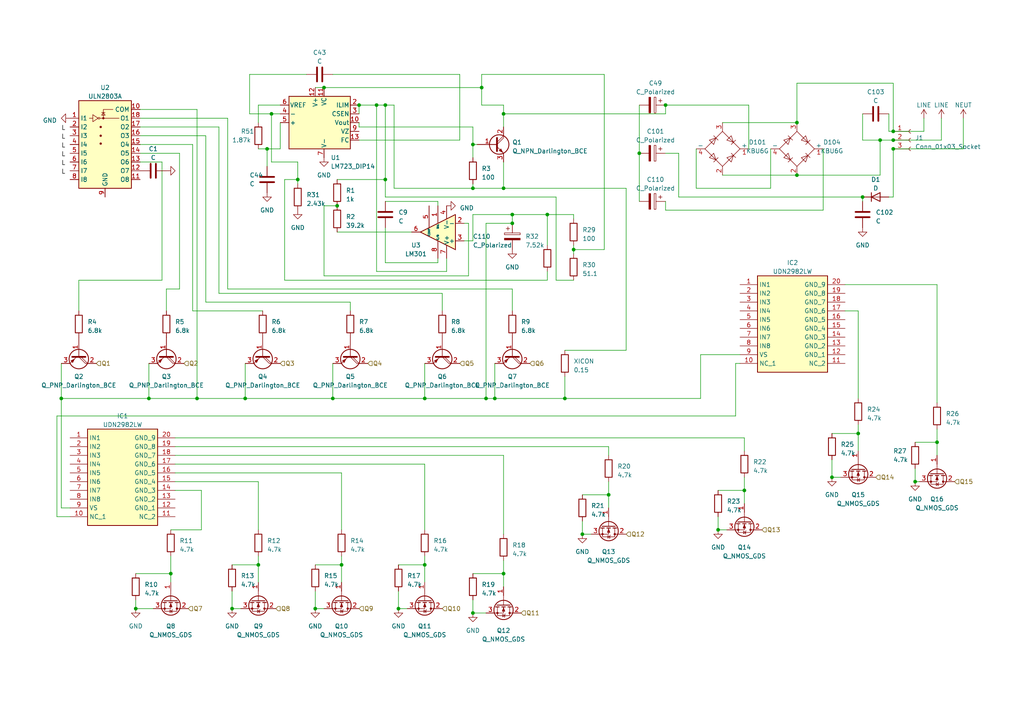
<source format=kicad_sch>
(kicad_sch (version 20230121) (generator eeschema)
  (paper "A4")
  (lib_symbols
    (symbol "Amplifier_Operational:LM301" (pin_names (offset 0.127))
      (property "Reference" "U" (at 1.27 6.35 0))
      (property "Value" "LM301" (at 1.27 3.81 0))
      (symbol "LM301_0_1"
        (polyline (pts (xy -5.08 5.08) (xy 5.08 0) (xy -5.08 -5.08) (xy -5.08 5.08)) (stroke (width 0.254)) (fill (type background)))
      )
      (symbol "LM301_1_1"
        (pin input line (at 0 -7.62 90) (length 5.08) (name "BAL") (number "1"))
        (pin input line (at -7.62 -2.54 0) (length 2.54) (name "-") (number "2"))
        (pin input line (at -7.62 2.54 0) (length 2.54) (name "+") (number "3"))
        (pin power_in line (at -2.54 -7.62 90) (length 3.81) (name "V-") (number "4"))
        (pin input line (at 2.54 -7.62 90) (length 6.35) (name "COMP") (number "5"))
        (pin output line (at 7.62 0 180) (length 2.54) (name "~") (number "6"))
        (pin power_in line (at -2.54 7.62 270) (length 3.81) (name "V+") (number "7"))
        (pin input line (at 0 7.62 270) (length 5.08) (name "C/B") (number "8"))
      )
    )
    (symbol "Connector:Conn_01x03_Socket" (pin_names (offset 1.016) hide)
      (property "Reference" "J" (at 0 5.08 0))
      (property "Value" "Conn_01x03_Socket" (at 0 -5.08 0))
      (symbol "Conn_01x03_Socket_1_1"
        (arc (start 0 -2.032) (mid -0.5058 -2.54) (end 0 -3.048) (stroke (width 0.1524)))
        (polyline (pts (xy -1.27 -2.54) (xy -0.508 -2.54)) (stroke (width 0.1524)))
        (polyline (pts (xy -1.27 0) (xy -0.508 0)) (stroke (width 0.1524)))
        (polyline (pts (xy -1.27 2.54) (xy -0.508 2.54)) (stroke (width 0.1524)))
        (arc (start 0 0.508) (mid -0.5058 0) (end 0 -0.508) (stroke (width 0.1524)))
        (arc (start 0 3.048) (mid -0.5058 2.54) (end 0 2.032) (stroke (width 0.1524)))
        (pin passive line (at -5.08 2.54 0) (length 3.81) (name "Pin_1") (number "1"))
        (pin passive line (at -5.08 0 0) (length 3.81) (name "Pin_2") (number "2"))
        (pin passive line (at -5.08 -2.54 0) (length 3.81) (name "Pin_3") (number "3"))
      )
    )
    (symbol "Device:C" (pin_numbers hide) (pin_names (offset 0.254))
      (property "Reference" "C" (at 0.635 2.54 0))
      (property "Value" "C" (at 0.635 -2.54 0))
      (symbol "C_0_1"
        (polyline (pts (xy -2.032 -0.762) (xy 2.032 -0.762)) (stroke (width 0.508)))
        (polyline (pts (xy -2.032 0.762) (xy 2.032 0.762)) (stroke (width 0.508)))
      )
      (symbol "C_1_1"
        (pin passive line (at 0 3.81 270) (length 2.794) (name "~") (number "1"))
        (pin passive line (at 0 -3.81 90) (length 2.794) (name "~") (number "2"))
      )
    )
    (symbol "Device:C_Polarized" (pin_numbers hide) (pin_names (offset 0.254))
      (property "Reference" "C" (at 0.635 2.54 0))
      (property "Value" "C_Polarized" (at 0.635 -2.54 0))
      (symbol "C_Polarized_0_1"
        (rectangle (start -2.286 0.508) (end 2.286 1.016))
        (polyline (pts (xy -1.778 2.286) (xy -0.762 2.286)))
        (polyline (pts (xy -1.27 2.794) (xy -1.27 1.778)))
        (rectangle (start 2.286 -0.508) (end -2.286 -1.016) (fill (type outline)))
      )
      (symbol "C_Polarized_1_1"
        (pin passive line (at 0 3.81 270) (length 2.794) (name "~") (number "1"))
        (pin passive line (at 0 -3.81 90) (length 2.794) (name "~") (number "2"))
      )
    )
    (symbol "Device:D" (pin_numbers hide) (pin_names (offset 1.016) hide)
      (property "Reference" "D" (at 0 2.54 0))
      (property "Value" "D" (at 0 -2.54 0))
      (symbol "D_0_1"
        (polyline (pts (xy -1.27 1.27) (xy -1.27 -1.27)) (stroke (width 0.254)))
        (polyline (pts (xy 1.27 0) (xy -1.27 0)))
        (polyline (pts (xy 1.27 1.27) (xy 1.27 -1.27) (xy -1.27 0) (xy 1.27 1.27)) (stroke (width 0.254)))
      )
      (symbol "D_1_1"
        (pin passive line (at -3.81 0 0) (length 2.54) (name "K") (number "1"))
        (pin passive line (at 3.81 0 180) (length 2.54) (name "A") (number "2"))
      )
    )
    (symbol "Device:Q_NMOS_GDS" (pin_names (offset 0) hide)
      (property "Reference" "Q" (at 5.08 1.27 0))
      (property "Value" "Q_NMOS_GDS" (at 5.08 -1.27 0))
      (symbol "Q_NMOS_GDS_0_1"
        (polyline (pts (xy 0.254 0) (xy -2.54 0)))
        (polyline (pts (xy 0.254 1.905) (xy 0.254 -1.905)) (stroke (width 0.254)))
        (polyline (pts (xy 0.762 -1.27) (xy 0.762 -2.286)) (stroke (width 0.254)))
        (polyline (pts (xy 0.762 0.508) (xy 0.762 -0.508)) (stroke (width 0.254)))
        (polyline (pts (xy 0.762 2.286) (xy 0.762 1.27)) (stroke (width 0.254)))
        (polyline (pts (xy 2.54 2.54) (xy 2.54 1.778)))
        (polyline (pts (xy 2.54 -2.54) (xy 2.54 0) (xy 0.762 0)))
        (polyline (pts (xy 0.762 -1.778) (xy 3.302 -1.778) (xy 3.302 1.778) (xy 0.762 1.778)))
        (polyline (pts (xy 1.016 0) (xy 2.032 0.381) (xy 2.032 -0.381) (xy 1.016 0)) (fill (type outline)))
        (polyline (pts (xy 2.794 0.508) (xy 2.921 0.381) (xy 3.683 0.381) (xy 3.81 0.254)))
        (polyline (pts (xy 3.302 0.381) (xy 2.921 -0.254) (xy 3.683 -0.254) (xy 3.302 0.381)))
        (circle (center 1.651 0) (radius 2.794) (stroke (width 0.254)))
        (circle (center 2.54 -1.778) (radius 0.254) (fill (type outline)))
        (circle (center 2.54 1.778) (radius 0.254) (fill (type outline)))
      )
      (symbol "Q_NMOS_GDS_1_1"
        (pin input line (at -5.08 0 0) (length 2.54) (name "G") (number "1"))
        (pin passive line (at 2.54 5.08 270) (length 2.54) (name "D") (number "2"))
        (pin passive line (at 2.54 -5.08 90) (length 2.54) (name "S") (number "3"))
      )
    )
    (symbol "Device:Q_NPN_Darlington_BCE" (pin_names (offset 0) hide)
      (property "Reference" "Q" (at 4.572 1.27 0))
      (property "Value" "Q_NPN_Darlington_BCE" (at 4.572 -1.27 0))
      (symbol "Q_NPN_Darlington_BCE_0_1"
        (polyline (pts (xy 0.635 0.635) (xy 2.54 2.54)))
        (polyline (pts (xy 0.635 -0.635) (xy 2.54 -2.54) (xy 2.54 -2.54)))
        (polyline (pts (xy 0.635 0) (xy 2.54 1.905) (xy 2.54 2.54)))
        (polyline (pts (xy 0.635 1.905) (xy 0.635 -1.905) (xy 0.635 -1.905)) (stroke (width 0.508)))
        (polyline (pts (xy 1.27 -1.778) (xy 1.778 -1.27) (xy 2.286 -2.286) (xy 1.27 -1.778) (xy 1.27 -1.778)) (fill (type outline)))
        (circle (center 1.27 0) (radius 2.8194) (stroke (width 0.254)))
      )
      (symbol "Q_NPN_Darlington_BCE_1_1"
        (pin input line (at -5.08 0 0) (length 5.715) (name "B") (number "1"))
        (pin passive line (at 2.54 5.08 270) (length 2.54) (name "C") (number "2"))
        (pin passive line (at 2.54 -5.08 90) (length 2.54) (name "E") (number "3"))
      )
    )
    (symbol "Device:Q_PNP_Darlington_BCE" (pin_names (offset 0) hide)
      (property "Reference" "Q" (at 4.572 1.27 0))
      (property "Value" "Q_PNP_Darlington_BCE" (at 4.572 -1.27 0))
      (symbol "Q_PNP_Darlington_BCE_0_1"
        (polyline (pts (xy 0.635 0.635) (xy 2.54 2.54)))
        (polyline (pts (xy 0.635 -0.635) (xy 2.54 -2.54) (xy 2.54 -2.54)))
        (polyline (pts (xy 0.635 0) (xy 2.54 1.905) (xy 2.54 2.54)))
        (polyline (pts (xy 0.635 1.905) (xy 0.635 -1.905) (xy 0.635 -1.905)) (stroke (width 0.508)))
        (polyline (pts (xy 2.286 -1.778) (xy 1.778 -2.286) (xy 1.27 -1.27) (xy 2.286 -1.778) (xy 2.286 -1.778)) (fill (type outline)))
        (circle (center 1.27 0) (radius 2.8194) (stroke (width 0.254)))
      )
      (symbol "Q_PNP_Darlington_BCE_1_1"
        (pin input line (at -5.08 0 0) (length 5.715) (name "B") (number "1"))
        (pin passive line (at 2.54 5.08 270) (length 2.54) (name "C") (number "2"))
        (pin passive line (at 2.54 -5.08 90) (length 2.54) (name "E") (number "3"))
      )
    )
    (symbol "Device:R" (pin_numbers hide) (pin_names (offset 0))
      (property "Reference" "R" (at 2.032 0 90))
      (property "Value" "R" (at 0 0 90))
      (symbol "R_0_1"
        (rectangle (start -1.016 -2.54) (end 1.016 2.54) (stroke (width 0.254)))
      )
      (symbol "R_1_1"
        (pin passive line (at 0 3.81 270) (length 1.27) (name "~") (number "1"))
        (pin passive line (at 0 -3.81 90) (length 1.27) (name "~") (number "2"))
      )
    )
    (symbol "Diode_Bridge:KBU6G" (pin_names (offset 0))
      (property "Reference" "D" (at 2.54 6.985 0))
      (property "Value" "KBU6G" (at 2.54 5.08 0))
      (symbol "KBU6G_0_1"
        (polyline (pts (xy -2.54 3.81) (xy -1.27 2.54)))
        (polyline (pts (xy -1.27 -2.54) (xy -2.54 -3.81)))
        (polyline (pts (xy 2.54 -1.27) (xy 3.81 -2.54)))
        (polyline (pts (xy 2.54 1.27) (xy 3.81 2.54)))
        (polyline (pts (xy -3.81 2.54) (xy -2.54 1.27) (xy -1.905 3.175) (xy -3.81 2.54)))
        (polyline (pts (xy -2.54 -1.27) (xy -3.81 -2.54) (xy -1.905 -3.175) (xy -2.54 -1.27)))
        (polyline (pts (xy 1.27 2.54) (xy 2.54 3.81) (xy 3.175 1.905) (xy 1.27 2.54)))
        (polyline (pts (xy 3.175 -1.905) (xy 1.27 -2.54) (xy 2.54 -3.81) (xy 3.175 -1.905)))
        (polyline (pts (xy -5.08 0) (xy 0 -5.08) (xy 5.08 0) (xy 0 5.08) (xy -5.08 0)))
      )
      (symbol "KBU6G_1_1"
        (pin passive line (at 7.62 0 180) (length 2.54) (name "+") (number "1"))
        (pin passive line (at 0 -7.62 90) (length 2.54) (name "~") (number "2"))
        (pin passive line (at 0 7.62 270) (length 2.54) (name "~") (number "3"))
        (pin passive line (at -7.62 0 0) (length 2.54) (name "-") (number "4"))
      )
    )
    (symbol "IntelliMate_Symbols:UDN2982LW"
      (property "Reference" "IC" (at 26.67 7.62 0))
      (property "Value" "UDN2982LW" (at 26.67 5.08 0))
      (symbol "UDN2982LW_1_1"
        (rectangle (start 5.08 2.54) (end 25.4 -25.4) (stroke (width 0.254)) (fill (type background)))
        (pin input line (at 0 0 0) (length 5.08) (name "IN1") (number "1"))
        (pin passive line (at 0 -22.86 0) (length 5.08) (name "NC_1") (number "10"))
        (pin passive line (at 30.48 -22.86 180) (length 5.08) (name "NC_2") (number "11"))
        (pin power_in line (at 30.48 -20.32 180) (length 5.08) (name "GND_1") (number "12"))
        (pin power_in line (at 30.48 -17.78 180) (length 5.08) (name "GND_2") (number "13"))
        (pin power_in line (at 30.48 -15.24 180) (length 5.08) (name "GND_3") (number "14"))
        (pin power_in line (at 30.48 -12.7 180) (length 5.08) (name "GND_4") (number "15"))
        (pin power_in line (at 30.48 -10.16 180) (length 5.08) (name "GND_5") (number "16"))
        (pin power_in line (at 30.48 -7.62 180) (length 5.08) (name "GND_6") (number "17"))
        (pin power_in line (at 30.48 -5.08 180) (length 5.08) (name "GND_7") (number "18"))
        (pin power_in line (at 30.48 -2.54 180) (length 5.08) (name "GND_8") (number "19"))
        (pin input line (at 0 -2.54 0) (length 5.08) (name "IN2") (number "2"))
        (pin power_in line (at 30.48 0 180) (length 5.08) (name "GND_9") (number "20"))
        (pin input line (at 0 -5.08 0) (length 5.08) (name "IN3") (number "3"))
        (pin input line (at 0 -7.62 0) (length 5.08) (name "IN4") (number "4"))
        (pin input line (at 0 -10.16 0) (length 5.08) (name "IN5") (number "5"))
        (pin input line (at 0 -12.7 0) (length 5.08) (name "IN6") (number "6"))
        (pin input line (at 0 -15.24 0) (length 5.08) (name "IN7") (number "7"))
        (pin input line (at 0 -17.78 0) (length 5.08) (name "IN8") (number "8"))
        (pin power_in line (at 0 -20.32 0) (length 5.08) (name "VS") (number "9"))
      )
    )
    (symbol "Regulator_Linear:LM723_DIP14" (pin_names (offset 0.254))
      (property "Reference" "U" (at 0.635 10.795 0))
      (property "Value" "LM723_DIP14" (at 0.635 8.89 0))
      (symbol "LM723_DIP14_0_1"
        (rectangle (start -10.16 -7.62) (end 7.62 7.62) (stroke (width 0.254)) (fill (type background)))
      )
      (symbol "LM723_DIP14_1_1"
        (pin no_connect line (at -10.16 -5.08 0) (length 2.54) hide (name "NC") (number "1"))
        (pin power_out line (at 10.16 0 180) (length 2.54) (name "Vout") (number "10"))
        (pin power_in line (at 0 10.16 270) (length 2.54) (name "VC") (number "11"))
        (pin power_in line (at -2.54 10.16 270) (length 2.54) (name "V+") (number "12"))
        (pin input line (at 10.16 -5.08 180) (length 2.54) (name "FC") (number "13"))
        (pin no_connect line (at -2.54 -7.62 90) (length 2.54) hide (name "NC") (number "14"))
        (pin input line (at 10.16 5.08 180) (length 2.54) (name "ILIM") (number "2"))
        (pin input line (at 10.16 2.54 180) (length 2.54) (name "CSEN") (number "3"))
        (pin input line (at -12.7 2.54 0) (length 2.54) (name "-") (number "4"))
        (pin input line (at -12.7 0 0) (length 2.54) (name "+") (number "5"))
        (pin power_out line (at -12.7 5.08 0) (length 2.54) (name "VREF") (number "6"))
        (pin power_in line (at 0 -10.16 90) (length 2.54) (name "V-") (number "7"))
        (pin no_connect line (at -10.16 -2.54 0) (length 2.54) hide (name "NC") (number "8"))
        (pin input line (at 10.16 -2.54 180) (length 2.54) (name "VZ") (number "9"))
      )
    )
    (symbol "Transistor_Array:ULN2803A"
      (property "Reference" "U" (at 0 13.335 0))
      (property "Value" "ULN2803A" (at 0 11.43 0))
      (symbol "ULN2803A_0_1"
        (rectangle (start -7.62 -15.24) (end 7.62 10.16) (stroke (width 0.254)) (fill (type background)))
        (circle (center -1.778 5.08) (radius 0.254))
        (circle (center -1.27 -2.286) (radius 0.254) (fill (type outline)))
        (circle (center -1.27 0) (radius 0.254) (fill (type outline)))
        (circle (center -1.27 2.54) (radius 0.254) (fill (type outline)))
        (circle (center -0.508 5.08) (radius 0.254) (fill (type outline)))
        (polyline (pts (xy -4.572 5.08) (xy -3.556 5.08)))
        (polyline (pts (xy -1.524 5.08) (xy 4.064 5.08)))
        (polyline (pts (xy 0 6.731) (xy -1.016 6.731)))
        (polyline (pts (xy -0.508 5.08) (xy -0.508 7.62) (xy 2.286 7.62)))
        (polyline (pts (xy -3.556 6.096) (xy -3.556 4.064) (xy -2.032 5.08) (xy -3.556 6.096)))
        (polyline (pts (xy 0 5.969) (xy -1.016 5.969) (xy -0.508 6.731) (xy 0 5.969)))
      )
      (symbol "ULN2803A_1_1"
        (pin input line (at -10.16 5.08 0) (length 2.54) (name "I1") (number "1"))
        (pin passive line (at 10.16 7.62 180) (length 2.54) (name "COM") (number "10"))
        (pin open_collector line (at 10.16 -12.7 180) (length 2.54) (name "O8") (number "11"))
        (pin open_collector line (at 10.16 -10.16 180) (length 2.54) (name "O7") (number "12"))
        (pin open_collector line (at 10.16 -7.62 180) (length 2.54) (name "O6") (number "13"))
        (pin open_collector line (at 10.16 -5.08 180) (length 2.54) (name "O5") (number "14"))
        (pin open_collector line (at 10.16 -2.54 180) (length 2.54) (name "O4") (number "15"))
        (pin open_collector line (at 10.16 0 180) (length 2.54) (name "O3") (number "16"))
        (pin open_collector line (at 10.16 2.54 180) (length 2.54) (name "O2") (number "17"))
        (pin open_collector line (at 10.16 5.08 180) (length 2.54) (name "O1") (number "18"))
        (pin input line (at -10.16 2.54 0) (length 2.54) (name "I2") (number "2"))
        (pin input line (at -10.16 0 0) (length 2.54) (name "I3") (number "3"))
        (pin input line (at -10.16 -2.54 0) (length 2.54) (name "I4") (number "4"))
        (pin input line (at -10.16 -5.08 0) (length 2.54) (name "I5") (number "5"))
        (pin input line (at -10.16 -7.62 0) (length 2.54) (name "I6") (number "6"))
        (pin input line (at -10.16 -10.16 0) (length 2.54) (name "I7") (number "7"))
        (pin input line (at -10.16 -12.7 0) (length 2.54) (name "I8") (number "8"))
        (pin power_in line (at 0 -17.78 90) (length 2.54) (name "GND") (number "9"))
      )
    )
    (symbol "power:GND" (power) (pin_names (offset 0))
      (property "Value" "GND" (at 0 -3.81 0))
      (symbol "GND_0_1"
        (polyline (pts (xy 0 0) (xy 0 -1.27) (xy 1.27 -1.27) (xy 0 -2.54) (xy -1.27 -1.27) (xy 0 -1.27)))
      )
      (symbol "GND_1_1"
        (pin power_in line (at 0 0 270) (length 0) hide (name "GND") (number "1"))
      )
    )
    (symbol "power:LINE" (power) (pin_names (offset 0))
      (property "Value" "LINE" (at 0 3.81 0))
      (symbol "LINE_0_1"
        (polyline (pts (xy -0.762 1.27) (xy 0 2.54)))
        (polyline (pts (xy 0 0) (xy 0 2.54)))
        (polyline (pts (xy 0 2.54) (xy 0.762 1.27)))
      )
      (symbol "LINE_1_1"
        (pin power_in line (at 0 0 90) (length 0) hide (name "LINE") (number "1"))
      )
    )
    (symbol "power:NEUT" (power) (pin_names (offset 0))
      (property "Value" "NEUT" (at 0 3.81 0))
      (symbol "NEUT_0_1"
        (polyline (pts (xy -0.762 1.27) (xy 0 2.54)))
        (polyline (pts (xy 0 0) (xy 0 2.54)))
        (polyline (pts (xy 0 2.54) (xy 0.762 1.27)))
      )
      (symbol "NEUT_1_1"
        (pin power_in line (at 0 0 90) (length 0) hide (name "NEUT") (number "1"))
      )
    )
  )
  (junction (at 259.08 38.1))
  (junction (at 137.16 177.8))
  (junction (at 158.75 62.23))
  (junction (at 259.08 43.18))
  (junction (at 148.59 64.77))
  (junction (at 99.06 163.83))
  (junction (at 146.05 33.02))
  (junction (at 166.37 72.39))
  (junction (at 163.83 115.57))
  (junction (at 49.53 166.37))
  (junction (at 146.05 54.61))
  (junction (at 74.93 163.83))
  (junction (at 140.97 115.57))
  (junction (at 231.14 35.56))
  (junction (at 231.14 50.8))
  (junction (at 71.12 115.57))
  (junction (at 97.79 59.69))
  (junction (at 137.16 54.61))
  (junction (at 109.22 30.48))
  (junction (at 43.18 115.57))
  (junction (at 123.19 163.83))
  (junction (at 137.16 41.91))
  (junction (at 265.43 139.7))
  (junction (at 146.05 166.37))
  (junction (at 57.15 115.57))
  (junction (at 139.7 25.4))
  (junction (at 93.98 25.4))
  (junction (at 259.08 40.64))
  (junction (at 248.92 125.73))
  (junction (at 111.76 52.07))
  (junction (at 250.19 57.15))
  (junction (at 91.44 176.53))
  (junction (at 104.14 30.48))
  (junction (at 176.53 143.51))
  (junction (at 17.78 115.57))
  (junction (at 185.42 44.45))
  (junction (at 193.04 30.48))
  (junction (at 208.28 153.67))
  (junction (at 241.3 138.43))
  (junction (at 148.59 62.23))
  (junction (at 67.31 176.53))
  (junction (at 115.57 176.53))
  (junction (at 96.52 115.57))
  (junction (at 39.37 176.53))
  (junction (at 77.47 43.18))
  (junction (at 111.76 30.48))
  (junction (at 255.27 40.64))
  (junction (at 86.36 52.07))
  (junction (at 78.74 33.02))
  (junction (at 143.51 115.57))
  (junction (at 123.19 115.57))
  (junction (at 168.91 154.94))
  (junction (at 271.78 128.27))
  (junction (at 215.9 142.24))
  (wire (pts (xy 55.88 41.91) (xy 55.88 90.17)))
  (wire (pts (xy 166.37 62.23) (xy 166.37 63.5)))
  (wire (pts (xy 161.29 81.28) (xy 161.29 57.15)))
  (wire (pts (xy 267.97 38.1) (xy 259.08 38.1)))
  (wire (pts (xy 158.75 62.23) (xy 166.37 62.23)))
  (wire (pts (xy 168.91 143.51) (xy 176.53 143.51)))
  (wire (pts (xy 82.55 52.07) (xy 82.55 81.28)))
  (wire (pts (xy 238.76 43.18) (xy 238.76 60.96)))
  (wire (pts (xy 175.26 72.39) (xy 166.37 72.39)))
  (wire (pts (xy 245.11 82.55) (xy 271.78 82.55)))
  (wire (pts (xy 215.9 142.24) (xy 215.9 146.05)))
  (wire (pts (xy 215.9 138.43) (xy 215.9 142.24)))
  (wire (pts (xy 193.04 30.48) (xy 193.04 33.02)))
  (wire (pts (xy 231.14 50.8) (xy 255.27 50.8)))
  (wire (pts (xy 265.43 139.7) (xy 266.7 139.7)))
  (wire (pts (xy 148.59 64.77) (xy 140.97 64.77)))
  (wire (pts (xy 99.06 163.83) (xy 99.06 168.91)))
  (wire (pts (xy 16.51 149.86) (xy 20.32 149.86)))
  (wire (pts (xy 137.16 41.91) (xy 137.16 45.72)))
  (wire (pts (xy 91.44 171.45) (xy 91.44 176.53)))
  (wire (pts (xy 39.37 176.53) (xy 39.37 173.99)))
  (wire (pts (xy 16.51 120.65) (xy 16.51 149.86)))
  (wire (pts (xy 66.04 34.29) (xy 66.04 83.82)))
  (wire (pts (xy 86.36 46.99) (xy 86.36 52.07)))
  (wire (pts (xy 57.15 115.57) (xy 43.18 115.57)))
  (wire (pts (xy 40.64 31.75) (xy 57.15 31.75)))
  (wire (pts (xy 146.05 30.48) (xy 146.05 33.02)))
  (wire (pts (xy 59.69 87.63) (xy 101.6 87.63)))
  (wire (pts (xy 111.76 58.42) (xy 127 58.42)))
  (wire (pts (xy 279.4 34.29) (xy 279.4 43.18)))
  (wire (pts (xy 203.2 115.57) (xy 163.83 115.57)))
  (wire (pts (xy 129.54 74.93) (xy 129.54 78.74)))
  (wire (pts (xy 71.12 105.41) (xy 71.12 115.57)))
  (wire (pts (xy 97.79 52.07) (xy 111.76 52.07)))
  (wire (pts (xy 20.32 147.32) (xy 17.78 147.32)))
  (wire (pts (xy 175.26 21.59) (xy 175.26 72.39)))
  (wire (pts (xy 96.52 115.57) (xy 123.19 115.57)))
  (wire (pts (xy 109.22 78.74) (xy 129.54 78.74)))
  (wire (pts (xy 168.91 151.13) (xy 168.91 154.94)))
  (wire (pts (xy 213.36 105.41) (xy 213.36 120.65)))
  (wire (pts (xy 158.75 62.23) (xy 158.75 71.12)))
  (wire (pts (xy 81.28 30.48) (xy 74.93 30.48)))
  (wire (pts (xy 50.8 134.62) (xy 123.19 134.62)))
  (wire (pts (xy 17.78 115.57) (xy 43.18 115.57)))
  (wire (pts (xy 213.36 105.41) (xy 214.63 105.41)))
  (wire (pts (xy 104.14 36.83) (xy 104.14 35.56)))
  (wire (pts (xy 50.8 129.54) (xy 176.53 129.54)))
  (wire (pts (xy 111.76 30.48) (xy 114.3 30.48)))
  (wire (pts (xy 201.93 43.18) (xy 201.93 54.61)))
  (wire (pts (xy 148.59 62.23) (xy 148.59 64.77)))
  (wire (pts (xy 59.69 39.37) (xy 59.69 87.63)))
  (wire (pts (xy 137.16 69.85) (xy 134.62 69.85)))
  (wire (pts (xy 166.37 71.12) (xy 166.37 72.39)))
  (wire (pts (xy 208.28 149.86) (xy 208.28 153.67)))
  (wire (pts (xy 40.64 44.45) (xy 52.07 44.45)))
  (wire (pts (xy 123.19 134.62) (xy 123.19 153.67)))
  (wire (pts (xy 114.3 30.48) (xy 114.3 54.61)))
  (wire (pts (xy 176.53 139.7) (xy 176.53 143.51)))
  (wire (pts (xy 40.64 41.91) (xy 55.88 41.91)))
  (wire (pts (xy 231.14 24.13) (xy 231.14 35.56)))
  (wire (pts (xy 46.99 46.99) (xy 46.99 81.28)))
  (wire (pts (xy 55.88 90.17) (xy 76.2 90.17)))
  (wire (pts (xy 139.7 25.4) (xy 139.7 30.48)))
  (wire (pts (xy 271.78 82.55) (xy 271.78 116.84)))
  (wire (pts (xy 245.11 90.17) (xy 248.92 90.17)))
  (wire (pts (xy 96.52 115.57) (xy 71.12 115.57)))
  (wire (pts (xy 86.36 52.07) (xy 86.36 53.34)))
  (wire (pts (xy 181.61 54.61) (xy 146.05 54.61)))
  (wire (pts (xy 248.92 125.73) (xy 248.92 130.81)))
  (wire (pts (xy 139.7 30.48) (xy 146.05 30.48)))
  (wire (pts (xy 127 76.2) (xy 127 74.93)))
  (wire (pts (xy 217.17 43.18) (xy 217.17 30.48)))
  (wire (pts (xy 176.53 143.51) (xy 176.53 147.32)))
  (wire (pts (xy 209.55 50.8) (xy 231.14 50.8)))
  (wire (pts (xy 140.97 177.8) (xy 137.16 177.8)))
  (wire (pts (xy 271.78 124.46) (xy 271.78 128.27)))
  (wire (pts (xy 114.3 54.61) (xy 137.16 54.61)))
  (wire (pts (xy 138.43 41.91) (xy 137.16 41.91)))
  (wire (pts (xy 78.74 46.99) (xy 86.36 46.99)))
  (wire (pts (xy 96.52 21.59) (xy 133.35 21.59)))
  (wire (pts (xy 78.74 33.02) (xy 78.74 46.99)))
  (wire (pts (xy 123.19 105.41) (xy 123.19 115.57)))
  (wire (pts (xy 161.29 81.28) (xy 166.37 81.28)))
  (wire (pts (xy 63.5 36.83) (xy 40.64 36.83)))
  (wire (pts (xy 241.3 125.73) (xy 248.92 125.73)))
  (wire (pts (xy 146.05 166.37) (xy 146.05 170.18)))
  (wire (pts (xy 135.89 64.77) (xy 135.89 80.01)))
  (wire (pts (xy 82.55 52.07) (xy 86.36 52.07)))
  (wire (pts (xy 50.8 127) (xy 215.9 127)))
  (wire (pts (xy 111.76 76.2) (xy 127 76.2)))
  (wire (pts (xy 146.05 132.08) (xy 146.05 154.94)))
  (wire (pts (xy 101.6 87.63) (xy 101.6 90.17)))
  (wire (pts (xy 99.06 137.16) (xy 99.06 153.67)))
  (wire (pts (xy 255.27 50.8) (xy 255.27 40.64)))
  (wire (pts (xy 109.22 30.48) (xy 111.76 30.48)))
  (wire (pts (xy 111.76 30.48) (xy 111.76 52.07)))
  (wire (pts (xy 39.37 166.37) (xy 49.53 166.37)))
  (wire (pts (xy 66.04 83.82) (xy 148.59 83.82)))
  (wire (pts (xy 140.97 64.77) (xy 140.97 115.57)))
  (wire (pts (xy 52.07 44.45) (xy 52.07 83.82)))
  (wire (pts (xy 81.28 43.18) (xy 77.47 43.18)))
  (wire (pts (xy 250.19 57.15) (xy 250.19 58.42)))
  (wire (pts (xy 148.59 83.82) (xy 148.59 90.17)))
  (wire (pts (xy 67.31 176.53) (xy 69.85 176.53)))
  (wire (pts (xy 181.61 54.61) (xy 181.61 101.6)))
  (wire (pts (xy 91.44 176.53) (xy 93.98 176.53)))
  (wire (pts (xy 137.16 177.8) (xy 137.16 173.99)))
  (wire (pts (xy 58.42 153.67) (xy 49.53 153.67)))
  (wire (pts (xy 67.31 171.45) (xy 67.31 176.53)))
  (wire (pts (xy 71.12 115.57) (xy 57.15 115.57)))
  (wire (pts (xy 111.76 57.15) (xy 111.76 52.07)))
  (wire (pts (xy 17.78 105.41) (xy 17.78 115.57)))
  (wire (pts (xy 193.04 30.48) (xy 217.17 30.48)))
  (wire (pts (xy 208.28 153.67) (xy 210.82 153.67)))
  (wire (pts (xy 259.08 57.15) (xy 257.81 57.15)))
  (wire (pts (xy 57.15 31.75) (xy 57.15 115.57)))
  (wire (pts (xy 146.05 46.99) (xy 146.05 54.61)))
  (wire (pts (xy 123.19 115.57) (xy 140.97 115.57)))
  (wire (pts (xy 77.47 43.18) (xy 77.47 48.26)))
  (wire (pts (xy 72.39 21.59) (xy 88.9 21.59)))
  (wire (pts (xy 50.8 142.24) (xy 58.42 142.24)))
  (wire (pts (xy 93.98 25.4) (xy 139.7 25.4)))
  (wire (pts (xy 81.28 35.56) (xy 81.28 43.18)))
  (wire (pts (xy 67.31 163.83) (xy 74.93 163.83)))
  (wire (pts (xy 91.44 25.4) (xy 93.98 25.4)))
  (wire (pts (xy 168.91 154.94) (xy 171.45 154.94)))
  (wire (pts (xy 196.85 57.15) (xy 196.85 44.45)))
  (wire (pts (xy 185.42 30.48) (xy 185.42 44.45)))
  (wire (pts (xy 279.4 43.18) (xy 259.08 43.18)))
  (wire (pts (xy 104.14 30.48) (xy 109.22 30.48)))
  (wire (pts (xy 146.05 162.56) (xy 146.05 166.37)))
  (wire (pts (xy 104.14 30.48) (xy 104.14 33.02)))
  (wire (pts (xy 137.16 36.83) (xy 104.14 36.83)))
  (wire (pts (xy 193.04 60.96) (xy 238.76 60.96)))
  (wire (pts (xy 255.27 40.64) (xy 250.19 40.64)))
  (wire (pts (xy 111.76 66.04) (xy 111.76 76.2)))
  (wire (pts (xy 208.28 142.24) (xy 215.9 142.24)))
  (wire (pts (xy 111.76 57.15) (xy 161.29 57.15)))
  (wire (pts (xy 148.59 62.23) (xy 158.75 62.23)))
  (wire (pts (xy 176.53 129.54) (xy 176.53 132.08)))
  (wire (pts (xy 193.04 44.45) (xy 196.85 44.45)))
  (wire (pts (xy 43.18 115.57) (xy 43.18 105.41)))
  (wire (pts (xy 250.19 40.64) (xy 250.19 33.02)))
  (wire (pts (xy 109.22 30.48) (xy 109.22 78.74)))
  (wire (pts (xy 185.42 44.45) (xy 185.42 58.42)))
  (wire (pts (xy 166.37 72.39) (xy 166.37 73.66)))
  (wire (pts (xy 127 58.42) (xy 127 59.69)))
  (wire (pts (xy 50.8 139.7) (xy 74.93 139.7)))
  (wire (pts (xy 49.53 166.37) (xy 49.53 168.91)))
  (wire (pts (xy 223.52 43.18) (xy 223.52 54.61)))
  (wire (pts (xy 257.81 38.1) (xy 259.08 38.1)))
  (wire (pts (xy 163.83 115.57) (xy 143.51 115.57)))
  (wire (pts (xy 273.05 34.29) (xy 273.05 40.64)))
  (wire (pts (xy 96.52 105.41) (xy 96.52 115.57)))
  (wire (pts (xy 241.3 138.43) (xy 243.84 138.43)))
  (wire (pts (xy 133.35 21.59) (xy 133.35 40.64)))
  (wire (pts (xy 91.44 163.83) (xy 99.06 163.83)))
  (wire (pts (xy 50.8 132.08) (xy 146.05 132.08)))
  (wire (pts (xy 74.93 161.29) (xy 74.93 163.83)))
  (wire (pts (xy 259.08 24.13) (xy 231.14 24.13)))
  (wire (pts (xy 250.19 57.15) (xy 196.85 57.15)))
  (wire (pts (xy 259.08 38.1) (xy 259.08 24.13)))
  (wire (pts (xy 193.04 60.96) (xy 193.04 58.42)))
  (wire (pts (xy 40.64 34.29) (xy 66.04 34.29)))
  (wire (pts (xy 40.64 46.99) (xy 46.99 46.99)))
  (wire (pts (xy 44.45 176.53) (xy 39.37 176.53)))
  (wire (pts (xy 63.5 85.09) (xy 128.27 85.09)))
  (wire (pts (xy 52.07 83.82) (xy 48.26 83.82)))
  (wire (pts (xy 133.35 40.64) (xy 104.14 40.64)))
  (wire (pts (xy 271.78 128.27) (xy 271.78 132.08)))
  (wire (pts (xy 123.19 161.29) (xy 123.19 163.83)))
  (wire (pts (xy 223.52 54.61) (xy 201.93 54.61)))
  (wire (pts (xy 16.51 120.65) (xy 213.36 120.65)))
  (wire (pts (xy 214.63 102.87) (xy 203.2 102.87)))
  (wire (pts (xy 137.16 54.61) (xy 146.05 54.61)))
  (wire (pts (xy 77.47 43.18) (xy 74.93 43.18)))
  (wire (pts (xy 17.78 115.57) (xy 17.78 147.32)))
  (wire (pts (xy 135.89 80.01) (xy 93.98 80.01)))
  (wire (pts (xy 123.19 163.83) (xy 123.19 168.91)))
  (wire (pts (xy 259.08 43.18) (xy 259.08 57.15)))
  (wire (pts (xy 50.8 137.16) (xy 99.06 137.16)))
  (wire (pts (xy 265.43 135.89) (xy 265.43 139.7)))
  (wire (pts (xy 137.16 62.23) (xy 137.16 69.85)))
  (wire (pts (xy 140.97 115.57) (xy 143.51 115.57)))
  (wire (pts (xy 40.64 39.37) (xy 59.69 39.37)))
  (wire (pts (xy 22.86 81.28) (xy 22.86 90.17)))
  (wire (pts (xy 241.3 133.35) (xy 241.3 138.43)))
  (wire (pts (xy 273.05 40.64) (xy 259.08 40.64)))
  (wire (pts (xy 146.05 33.02) (xy 146.05 36.83)))
  (wire (pts (xy 265.43 128.27) (xy 271.78 128.27)))
  (wire (pts (xy 63.5 36.83) (xy 63.5 85.09)))
  (wire (pts (xy 49.53 161.29) (xy 49.53 166.37)))
  (wire (pts (xy 203.2 102.87) (xy 203.2 115.57)))
  (wire (pts (xy 97.79 67.31) (xy 119.38 67.31)))
  (wire (pts (xy 209.55 35.56) (xy 231.14 35.56)))
  (wire (pts (xy 115.57 176.53) (xy 118.11 176.53)))
  (wire (pts (xy 115.57 163.83) (xy 123.19 163.83)))
  (wire (pts (xy 93.98 80.01) (xy 93.98 59.69)))
  (wire (pts (xy 139.7 21.59) (xy 175.26 21.59)))
  (wire (pts (xy 143.51 105.41) (xy 143.51 115.57)))
  (wire (pts (xy 137.16 62.23) (xy 148.59 62.23)))
  (wire (pts (xy 74.93 163.83) (xy 74.93 168.91)))
  (wire (pts (xy 128.27 85.09) (xy 128.27 90.17)))
  (wire (pts (xy 248.92 90.17) (xy 248.92 115.57)))
  (wire (pts (xy 267.97 34.29) (xy 267.97 38.1)))
  (wire (pts (xy 74.93 30.48) (xy 74.93 35.56)))
  (wire (pts (xy 48.26 83.82) (xy 48.26 90.17)))
  (wire (pts (xy 74.93 139.7) (xy 74.93 153.67)))
  (wire (pts (xy 137.16 54.61) (xy 137.16 53.34)))
  (wire (pts (xy 78.74 33.02) (xy 72.39 33.02)))
  (wire (pts (xy 257.81 38.1) (xy 257.81 33.02)))
  (wire (pts (xy 255.27 40.64) (xy 259.08 40.64)))
  (wire (pts (xy 81.28 33.02) (xy 78.74 33.02)))
  (wire (pts (xy 58.42 142.24) (xy 58.42 153.67)))
  (wire (pts (xy 99.06 161.29) (xy 99.06 163.83)))
  (wire (pts (xy 163.83 101.6) (xy 181.61 101.6)))
  (wire (pts (xy 215.9 127) (xy 215.9 130.81)))
  (wire (pts (xy 72.39 33.02) (xy 72.39 21.59)))
  (wire (pts (xy 158.75 81.28) (xy 158.75 78.74)))
  (wire (pts (xy 163.83 109.22) (xy 163.83 115.57)))
  (wire (pts (xy 137.16 36.83) (xy 137.16 41.91)))
  (wire (pts (xy 115.57 171.45) (xy 115.57 176.53)))
  (wire (pts (xy 139.7 25.4) (xy 139.7 21.59)))
  (wire (pts (xy 137.16 166.37) (xy 146.05 166.37)))
  (wire (pts (xy 82.55 81.28) (xy 158.75 81.28)))
  (wire (pts (xy 93.98 59.69) (xy 97.79 59.69)))
  (wire (pts (xy 193.04 33.02) (xy 146.05 33.02)))
  (wire (pts (xy 134.62 64.77) (xy 135.89 64.77)))
  (wire (pts (xy 248.92 123.19) (xy 248.92 125.73)))
  (wire (pts (xy 46.99 81.28) (xy 22.86 81.28)))
  (label "L" (at 17.78 40.64 0))
  (label "L" (at 17.78 48.26 0))
  (label "L" (at 17.78 50.8 0))
  (label "L" (at 17.78 38.1 0))
  (label "L" (at 17.78 45.72 0))
  (label "L" (at 17.78 43.18 0))
  (hierarchical_label "Q13" (shape input) (at 220.98 153.67 0))
  (hierarchical_label "Q1" (shape input) (at 27.94 105.41 0))
  (hierarchical_label "Q10" (shape input) (at 128.27 176.53 0))
  (hierarchical_label "Q2" (shape input) (at 53.34 105.41 0))
  (hierarchical_label "Q4" (shape input) (at 106.68 105.41 0))
  (hierarchical_label "Q11" (shape input) (at 151.13 177.8 0))
  (hierarchical_label "Q12" (shape input) (at 181.61 154.94 0))
  (hierarchical_label "Q8" (shape input) (at 80.01 176.53 0))
  (hierarchical_label "Q15" (shape input) (at 276.86 139.7 0))
  (hierarchical_label "Q14" (shape input) (at 254 138.43 0))
  (hierarchical_label "Q9" (shape input) (at 104.14 176.53 0))
  (hierarchical_label "Q7" (shape input) (at 54.61 176.53 0))
  (hierarchical_label "Q3" (shape input) (at 81.28 105.41 0))
  (hierarchical_label "Q5" (shape input) (at 133.35 105.41 0))
  (hierarchical_label "Q6" (shape input) (at 153.67 105.41 0))
  (symbol (lib_id "Device:Q_NMOS_GDS") (at 123.19 173.99 270) (unit 1)
    (property "Reference" "Q11" (at 123.19 181.61 90))
    (property "Value" "Q_NMOS_GDS" (at 123.19 184.15 90))
    (instances (project "IntelliMate" (path "" (reference "Q11") (unit 1)) (path "" (reference "Q7") (unit 1)) (path "" (reference "Q7") (unit 1))))
  )
  (symbol (lib_id "Device:R") (at 74.93 157.48 0) (unit 1)
    (property "Reference" "R12" (at 77.47 156.845 0) (effects (justify left)))
    (property "Value" "4.7k" (at 77.47 159.385 0) (effects (justify left)))
    (instances (project "IntelliMate" (path "" (reference "R12") (unit 1)) (path "" (reference "R4") (unit 1)) (path "" (reference "R4") (unit 1))))
  )
  (symbol (lib_id "power:GND") (at 93.98 45.72 0) (unit 1)
    (property "Reference" "#PWR04" (effects hide))
    (property "Value" "GND" (at 93.98 50.8 0))
  )
  (symbol (lib_id "Device:R") (at 97.79 55.88 0) (unit 1)
    (property "Reference" "R1" (at 100.33 55.245 0) (effects (justify left)))
    (property "Value" "1k" (at 100.33 57.785 0) (effects (justify left)))
    (instances (project "IntelliMate" (path "" (reference "R1") (unit 1)) (path "" (reference "R14") (unit 1))))
  )
  (symbol (lib_id "Transistor_Array:ULN2803A") (at 30.48 39.37 0) (unit 1)
    (property "Reference" "U2" (at 30.48 25.4 0))
    (property "Value" "ULN2803A" (at 30.48 27.94 0))
    (property "Datasheet" "http://www.ti.com/lit/ds/symlink/uln2803a.pdf" (effects hide))
    (instances (project "IntelliMate" (path "" (reference "U2") (unit 1)) (path "" (reference "U1") (unit 1))))
  )
  (symbol (lib_id "Device:C_Polarized") (at 189.23 58.42 270) (unit 1)
    (property "Reference" "C110" (at 190.119 52.07 90))
    (property "Value" "C_Polarized" (at 190.119 54.61 90))
    (instances (project "IntelliMate" (path "" (reference "C110") (unit 1)) (path "" (reference "C6") (unit 1))))
  )
  (symbol (lib_id "power:GND") (at 168.91 154.94 0) (unit 1)
    (property "Reference" "#PWR017" (effects hide))
    (property "Value" "GND" (at 168.91 160.02 0))
  )
  (symbol (lib_id "Device:R") (at 137.16 170.18 0) (unit 1)
    (property "Reference" "R19" (at 139.7 169.545 0) (effects (justify left)))
    (property "Value" "4.7k" (at 139.7 172.085 0) (effects (justify left)))
    (instances (project "IntelliMate" (path "" (reference "R19") (unit 1)) (path "" (reference "R17") (unit 1)) (path "" (reference "R17") (unit 1))))
  )
  (symbol (lib_id "Device:C") (at 92.71 21.59 90) (unit 1)
    (property "Reference" "C43" (at 92.71 15.24 90))
    (property "Value" "C" (at 92.71 17.78 90))
    (instances (project "IntelliMate" (path "" (reference "C43") (unit 1)) (path "" (reference "C3") (unit 1))))
  )
  (symbol (lib_id "Device:Q_NMOS_GDS") (at 271.78 137.16 270) (unit 1)
    (property "Reference" "Q16" (at 271.78 144.78 90))
    (property "Value" "Q_NMOS_GDS" (at 271.78 147.32 90))
  )
  (symbol (lib_id "power:GND") (at 77.47 55.88 0) (unit 1)
    (property "Reference" "#PWR07" (effects hide))
    (property "Value" "GND" (at 77.47 60.96 0))
    (instances (project "IntelliMate" (path "" (reference "#PWR07") (unit 1)) (path "" (reference "#PWR03") (unit 1))))
  )
  (symbol (lib_id "Diode_Bridge:KBU6G") (at 209.55 43.18 0) (unit 1)
    (property "Reference" "D101" (at 219.71 41.2497 0))
    (property "Value" "KBU6G" (at 219.71 43.7897 0))
    (property "Footprint" "Diode_THT:Diode_Bridge_Vishay_KBU" (effects hide))
    (property "Datasheet" "http://www.vishay.com/docs/88656/kbu6.pdf" (effects hide))
    (instances (project "IntelliMate" (path "" (reference "D101") (unit 1)) (path "" (reference "D1") (unit 1))))
  )
  (symbol (lib_id "Device:R") (at 146.05 158.75 0) (unit 1)
    (property "Reference" "R18" (at 148.59 158.115 0) (effects (justify left)))
    (property "Value" "4.7k" (at 148.59 160.655 0) (effects (justify left)))
    (instances (project "IntelliMate" (path "" (reference "R18") (unit 1)) (path "" (reference "R16") (unit 1)) (path "" (reference "R16") (unit 1))))
  )
  (symbol (lib_id "power:GND") (at 129.54 59.69 90) (unit 1)
    (property "Reference" "#PWR05" (effects hide))
    (property "Value" "GND" (at 133.35 60.325 90) (effects (justify right)))
  )
  (symbol (lib_id "power:GND") (at 39.37 176.53 0) (unit 1)
    (property "Reference" "#PWR012" (effects hide))
    (property "Value" "GND" (at 39.37 181.61 0))
  )
  (symbol (lib_id "Device:Q_PNP_Darlington_BCE") (at 148.59 102.87 270) (unit 1)
    (property "Reference" "Q7" (at 148.59 109.22 90))
    (property "Value" "Q_PNP_Darlington_BCE" (at 148.59 111.76 90))
    (instances (project "IntelliMate" (path "" (reference "Q7") (unit 1)) (path "" (reference "Q13") (unit 1))))
  )
  (symbol (lib_id "Device:R") (at 39.37 170.18 0) (unit 1)
    (property "Reference" "R10" (at 41.91 169.545 0) (effects (justify left)))
    (property "Value" "4.7k" (at 41.91 172.085 0) (effects (justify left)))
    (instances (project "IntelliMate" (path "" (reference "R10") (unit 1)) (path "" (reference "R3") (unit 1)) (path "" (reference "R3") (unit 1))))
  )
  (symbol (lib_id "Device:Q_NMOS_GDS") (at 99.06 173.99 270) (unit 1)
    (property "Reference" "Q10" (at 99.06 181.61 90))
    (property "Value" "Q_NMOS_GDS" (at 99.06 184.15 90))
    (instances (project "IntelliMate" (path "" (reference "Q10") (unit 1)) (path "" (reference "Q5") (unit 1)) (path "" (reference "Q5") (unit 1))))
  )
  (symbol (lib_id "power:GND") (at 20.32 34.29 270) (unit 1)
    (property "Reference" "#PWR010" (effects hide))
    (property "Value" "GND" (at 16.51 34.925 90) (effects (justify right)))
    (instances (project "IntelliMate" (path "" (reference "#PWR010") (unit 1)) (path "" (reference "#PWR01") (unit 1))))
  )
  (symbol (lib_id "Device:R") (at 99.06 157.48 0) (unit 1)
    (property "Reference" "R14" (at 101.6 156.845 0) (effects (justify left)))
    (property "Value" "4.7k" (at 101.6 159.385 0) (effects (justify left)))
    (instances (project "IntelliMate" (path "" (reference "R14") (unit 1)) (path "" (reference "R7") (unit 1)) (path "" (reference "R7") (unit 1))))
  )
  (symbol (lib_id "Device:Q_PNP_Darlington_BCE") (at 101.6 102.87 270) (unit 1)
    (property "Reference" "Q5" (at 101.6 109.22 90))
    (property "Value" "Q_PNP_Darlington_BCE" (at 101.6 111.76 90))
    (instances (project "IntelliMate" (path "" (reference "Q5") (unit 1)) (path "" (reference "Q8") (unit 1))))
  )
  (symbol (lib_id "Device:R") (at 166.37 67.31 0) (unit 1)
    (property "Reference" "R29" (at 168.91 66.675 0) (effects (justify left)))
    (property "Value" "100" (at 168.91 69.215 0) (effects (justify left)))
  )
  (symbol (lib_id "Diode_Bridge:KBU6G") (at 231.14 43.18 0) (unit 1)
    (property "Reference" "D104" (at 241.3 41.2497 0))
    (property "Value" "KBU6G" (at 241.3 43.7897 0))
    (property "Footprint" "Diode_THT:Diode_Bridge_Vishay_KBU" (effects hide))
    (property "Datasheet" "http://www.vishay.com/docs/88656/kbu6.pdf" (effects hide))
    (instances (project "IntelliMate" (path "" (reference "D104") (unit 1)) (path "" (reference "D2") (unit 1))))
  )
  (symbol (lib_id "Device:R") (at 176.53 135.89 0) (unit 1)
    (property "Reference" "R20" (at 179.07 135.255 0) (effects (justify left)))
    (property "Value" "4.7k" (at 179.07 137.795 0) (effects (justify left)))
  )
  (symbol (lib_id "Device:R") (at 115.57 167.64 0) (unit 1)
    (property "Reference" "R17" (at 118.11 167.005 0) (effects (justify left)))
    (property "Value" "4.7k" (at 118.11 169.545 0) (effects (justify left)))
    (instances (project "IntelliMate" (path "" (reference "R17") (unit 1)) (path "" (reference "R13") (unit 1)) (path "" (reference "R13") (unit 1))))
  )
  (symbol (lib_id "Device:R") (at 67.31 167.64 0) (unit 1)
    (property "Reference" "R13" (at 69.85 167.005 0) (effects (justify left)))
    (property "Value" "4.7k" (at 69.85 169.545 0) (effects (justify left)))
    (instances (project "IntelliMate" (path "" (reference "R13") (unit 1)) (path "" (reference "R6") (unit 1)) (path "" (reference "R6") (unit 1))))
  )
  (symbol (lib_id "Device:R") (at 208.28 146.05 0) (unit 1)
    (property "Reference" "R23" (at 210.82 145.415 0) (effects (justify left)))
    (property "Value" "4.7k" (at 210.82 147.955 0) (effects (justify left)))
    (instances (project "IntelliMate" (path "" (reference "R23") (unit 1)) (path "" (reference "R24") (unit 1)) (path "" (reference "R24") (unit 1))))
  )
  (symbol (lib_id "Device:Q_NMOS_GDS") (at 74.93 173.99 270) (unit 1)
    (property "Reference" "Q9" (at 74.93 181.61 90))
    (property "Value" "Q_NMOS_GDS" (at 74.93 184.15 90))
    (instances (project "IntelliMate" (path "" (reference "Q9") (unit 1)) (path "" (reference "Q3") (unit 1)) (path "" (reference "Q3") (unit 1))))
  )
  (symbol (lib_id "power:GND") (at 265.43 139.7 0) (unit 1)
    (property "Reference" "#PWR020" (effects hide))
    (property "Value" "GND" (at 265.43 144.78 0))
  )
  (symbol (lib_id "Device:C") (at 77.47 52.07 0) (unit 1)
    (property "Reference" "C44" (at 72.39 50.8 0) (effects (justify left)))
    (property "Value" "C" (at 72.39 53.34 0) (effects (justify left)))
    (instances (project "IntelliMate" (path "" (reference "C44") (unit 1)) (path "" (reference "C2") (unit 1))))
  )
  (symbol (lib_id "Device:R") (at 215.9 134.62 0) (unit 1)
    (property "Reference" "R22" (at 218.44 133.985 0) (effects (justify left)))
    (property "Value" "4.7k" (at 218.44 136.525 0) (effects (justify left)))
    (instances (project "IntelliMate" (path "" (reference "R22") (unit 1)) (path "" (reference "R23") (unit 1)) (path "" (reference "R23") (unit 1))))
  )
  (symbol (lib_id "Device:R") (at 128.27 93.98 0) (unit 1)
    (property "Reference" "R8" (at 130.81 93.345 0) (effects (justify left)))
    (property "Value" "6.8k" (at 130.81 95.885 0) (effects (justify left)))
    (instances (project "IntelliMate" (path "" (reference "R8") (unit 1)) (path "" (reference "R18") (unit 1))))
  )
  (symbol (lib_id "Device:R") (at 168.91 147.32 180) (unit 1)
    (property "Reference" "R21" (at 171.45 146.685 0) (effects (justify right)))
    (property "Value" "4.7k" (at 171.45 149.225 0) (effects (justify right)))
  )
  (symbol (lib_id "Device:R") (at 163.83 105.41 180) (unit 1)
    (property "Reference" "XICON" (at 166.37 104.775 0) (effects (justify right)))
    (property "Value" "0.15" (at 166.37 107.315 0) (effects (justify right)))
    (instances (project "IntelliMate" (path "" (reference "XICON") (unit 1)) (path "" (reference "XICON1") (unit 1))))
  )
  (symbol (lib_id "Device:R") (at 48.26 93.98 0) (unit 1)
    (property "Reference" "R5" (at 50.8 93.345 0) (effects (justify left)))
    (property "Value" "6.8k" (at 50.8 95.885 0) (effects (justify left)))
  )
  (symbol (lib_id "Device:C") (at 111.76 62.23 0) (unit 1)
    (property "Reference" "C9" (at 115.57 61.595 0) (effects (justify left)))
    (property "Value" "C" (at 115.57 64.135 0) (effects (justify left)))
  )
  (symbol (lib_id "power:LINE") (at 273.05 34.29 0) (unit 1)
    (property "Reference" "#PWR01" (effects hide))
    (property "Value" "LINE" (at 273.05 30.48 0))
    (instances (project "IntelliMate" (path "" (reference "#PWR01") (unit 1)) (path "" (reference "#PWR010") (unit 1))))
  )
  (symbol (lib_id "Device:R") (at 248.92 119.38 0) (unit 1)
    (property "Reference" "R24" (at 251.46 118.745 0) (effects (justify left)))
    (property "Value" "4.7k" (at 251.46 121.285 0) (effects (justify left)))
    (instances (project "IntelliMate" (path "" (reference "R24") (unit 1)) (path "" (reference "R25") (unit 1)) (path "" (reference "R25") (unit 1))))
  )
  (symbol (lib_id "Device:C") (at 250.19 62.23 180) (unit 1)
    (property "Reference" "C102" (at 254 61.595 0) (effects (justify right)))
    (property "Value" "C" (at 254 64.135 0) (effects (justify right)))
    (instances (project "IntelliMate" (path "" (reference "C102") (unit 1)) (path "" (reference "C7") (unit 1))))
  )
  (symbol (lib_id "Device:R") (at 49.53 157.48 0) (unit 1)
    (property "Reference" "R11" (at 52.07 156.845 0) (effects (justify left)))
    (property "Value" "4.7k" (at 52.07 159.385 0) (effects (justify left)))
    (instances (project "IntelliMate" (path "" (reference "R11") (unit 1)) (path "" (reference "R1") (unit 1)) (path "" (reference "R1") (unit 1))))
  )
  (symbol (lib_id "Device:R") (at 76.2 93.98 0) (unit 1)
    (property "Reference" "R6" (at 78.74 93.345 0) (effects (justify left)))
    (property "Value" "6.8k" (at 78.74 95.885 0) (effects (justify left)))
    (instances (project "IntelliMate" (path "" (reference "R6") (unit 1)) (path "" (reference "R8") (unit 1))))
  )
  (symbol (lib_id "Device:R") (at 265.43 132.08 0) (unit 1)
    (property "Reference" "R27" (at 259.08 130.81 0) (effects (justify left)))
    (property "Value" "4.7k" (at 259.08 133.35 0) (effects (justify left)))
    (instances (project "IntelliMate" (path "" (reference "R27") (unit 1)) (path "" (reference "R28") (unit 1)) (path "" (reference "R28") (unit 1))))
  )
  (symbol (lib_id "Connector:Conn_01x03_Socket") (at 264.16 40.64 0) (unit 1)
    (property "Reference" "J1" (at 265.43 40.005 0) (effects (justify left)))
    (property "Value" "Conn_01x03_Socket" (at 265.43 42.545 0) (effects (justify left)))
  )
  (symbol (lib_id "Device:R") (at 137.16 49.53 0) (unit 1)
    (property "Reference" "R3" (at 139.7 48.895 0) (effects (justify left)))
    (property "Value" "100" (at 139.7 51.435 0) (effects (justify left)))
    (instances (project "IntelliMate" (path "" (reference "R3") (unit 1)) (path "" (reference "R19") (unit 1))))
  )
  (symbol (lib_id "Device:Q_PNP_Darlington_BCE") (at 128.27 102.87 270) (unit 1)
    (property "Reference" "Q6" (at 128.27 109.22 90))
    (property "Value" "Q_PNP_Darlington_BCE" (at 128.27 111.76 90))
    (instances (project "IntelliMate" (path "" (reference "Q6") (unit 1)) (path "" (reference "Q10") (unit 1))))
  )
  (symbol (lib_id "power:GND") (at 137.16 177.8 0) (unit 1)
    (property "Reference" "#PWR016" (effects hide))
    (property "Value" "GND" (at 137.16 182.88 0))
  )
  (symbol (lib_id "Device:C_Polarized") (at 148.59 68.58 0) (unit 1)
    (property "Reference" "C110" (at 137.16 68.58 0) (effects (justify left)))
    (property "Value" "C_Polarized" (at 137.16 71.12 0) (effects (justify left)))
    (instances (project "IntelliMate" (path "" (reference "C110") (unit 1)) (path "" (reference "C10") (unit 1))))
  )
  (symbol (lib_id "Device:R") (at 166.37 77.47 0) (unit 1)
    (property "Reference" "R30" (at 168.91 76.835 0) (effects (justify left)))
    (property "Value" "51.1" (at 168.91 79.375 0) (effects (justify left)))
  )
  (symbol (lib_id "Device:C") (at 254 33.02 90) (unit 1)
    (property "Reference" "C103" (at 254 26.67 90))
    (property "Value" "C" (at 254 29.21 90))
    (instances (project "IntelliMate" (path "" (reference "C103") (unit 1)) (path "" (reference "C8") (unit 1))))
  )
  (symbol (lib_id "power:GND") (at 115.57 176.53 0) (unit 1)
    (property "Reference" "#PWR015" (effects hide))
    (property "Value" "GND" (at 115.57 181.61 0))
  )
  (symbol (lib_id "Device:Q_NMOS_GDS") (at 215.9 151.13 270) (unit 1)
    (property "Reference" "Q14" (at 215.9 158.75 90))
    (property "Value" "Q_NMOS_GDS" (at 215.9 161.29 90))
  )
  (symbol (lib_id "power:NEUT") (at 279.4 34.29 0) (unit 1)
    (property "Reference" "#PWR02" (effects hide))
    (property "Value" "NEUT" (at 279.4 30.48 0))
    (instances (project "IntelliMate" (path "" (reference "#PWR02") (unit 1)) (path "" (reference "#PWR011") (unit 1))))
  )
  (symbol (lib_id "power:GND") (at 67.31 176.53 0) (unit 1)
    (property "Reference" "#PWR013" (effects hide))
    (property "Value" "GND" (at 67.31 181.61 0))
  )
  (symbol (lib_id "Device:Q_PNP_Darlington_BCE") (at 76.2 102.87 270) (unit 1)
    (property "Reference" "Q4" (at 76.2 109.22 90))
    (property "Value" "Q_PNP_Darlington_BCE" (at 76.2 111.76 90))
    (instances (project "IntelliMate" (path "" (reference "Q4") (unit 1)) (path "" (reference "Q6") (unit 1))))
  )
  (symbol (lib_id "Device:R") (at 74.93 39.37 0) (unit 1)
    (property "Reference" "R51" (at 69.85 38.1 0) (effects (justify left)))
    (property "Value" "1.87k" (at 67.31 40.64 0) (effects (justify left)))
    (instances (project "IntelliMate" (path "" (reference "R51") (unit 1)) (path "" (reference "R10") (unit 1))))
  )
  (symbol (lib_id "Device:R") (at 22.86 93.98 0) (unit 1)
    (property "Reference" "R4" (at 25.4 93.345 0) (effects (justify left)))
    (property "Value" "6.8k" (at 25.4 95.885 0) (effects (justify left)))
    (instances (project "IntelliMate" (path "" (reference "R4") (unit 1)) (path "" (reference "R2") (unit 1))))
  )
  (symbol (lib_id "power:GND") (at 86.36 60.96 0) (unit 1)
    (property "Reference" "#PWR07" (effects hide))
    (property "Value" "GND" (at 86.36 66.04 0))
  )
  (symbol (lib_id "Device:R") (at 158.75 74.93 180) (unit 1)
    (property "Reference" "R32" (at 152.4 68.58 0) (effects (justify right)))
    (property "Value" "7.52k" (at 152.4 71.12 0) (effects (justify right)))
  )
  (symbol (lib_id "Device:R") (at 123.19 157.48 0) (unit 1)
    (property "Reference" "R16" (at 125.73 156.845 0) (effects (justify left)))
    (property "Value" "4.7k" (at 125.73 159.385 0) (effects (justify left)))
    (instances (project "IntelliMate" (path "" (reference "R16") (unit 1)) (path "" (reference "R11") (unit 1)) (path "" (reference "R11") (unit 1))))
  )
  (symbol (lib_id "power:GND") (at 241.3 138.43 0) (unit 1)
    (property "Reference" "#PWR019" (effects hide))
    (property "Value" "GND" (at 241.3 143.51 0))
  )
  (symbol (lib_id "Device:R") (at 86.36 57.15 0) (unit 1)
    (property "Reference" "R31" (at 88.9 56.515 0) (effects (justify left)))
    (property "Value" "2.43k" (at 88.9 59.055 0) (effects (justify left)))
  )
  (symbol (lib_id "Device:Q_NMOS_GDS") (at 176.53 152.4 270) (unit 1)
    (property "Reference" "Q13" (at 176.53 160.02 90))
    (property "Value" "Q_NMOS_GDS" (at 176.53 162.56 90))
    (instances (project "IntelliMate" (path "" (reference "Q13") (unit 1)) (path "" (reference "Q11") (unit 1)) (path "" (reference "Q11") (unit 1))))
  )
  (symbol (lib_id "Regulator_Linear:LM723_DIP14") (at 93.98 35.56 0) (unit 1)
    (property "Reference" "U1" (at 95.9359 45.72 0) (effects (justify left)))
    (property "Value" "LM723_DIP14" (at 95.9359 48.26 0) (effects (justify left)))
    (property "Footprint" "Package_DIP:DIP-14_W7.62mm" (effects hide))
    (property "Datasheet" "http://www.ti.com/lit/ds/symlink/lm723.pdf" (effects hide))
    (instances (project "IntelliMate" (path "" (reference "U1") (unit 1)) (path "" (reference "U2") (unit 1))))
  )
  (symbol (lib_id "Device:R") (at 241.3 129.54 0) (unit 1)
    (property "Reference" "R25" (at 243.84 128.905 0) (effects (justify left)))
    (property "Value" "4.7k" (at 243.84 131.445 0) (effects (justify left)))
    (instances (project "IntelliMate" (path "" (reference "R25") (unit 1)) (path "" (reference "R26") (unit 1)) (path "" (reference "R26") (unit 1))))
  )
  (symbol (lib_id "Device:R") (at 148.59 93.98 0) (unit 1)
    (property "Reference" "R9" (at 151.13 93.345 0) (effects (justify left)))
    (property "Value" "6.8k" (at 151.13 95.885 0) (effects (justify left)))
    (instances (project "IntelliMate" (path "" (reference "R9") (unit 1)) (path "" (reference "R22") (unit 1))))
  )
  (symbol (lib_id "IntelliMate_Symbols:UDN2982LW") (at 214.63 82.55 0) (unit 1)
    (property "Reference" "IC2" (at 229.87 76.2 0))
    (property "Value" "UDN2982LW" (at 229.87 78.74 0))
    (property "Footprint" "SOIC127P1030X265-20N" (effects hide))
    (property "Datasheet" "http://www.allegromicro.com/~/media/Files/Datasheets/A2981-2-Datasheet.ashx" (effects hide))
    (property "Height" "2.65" (effects hide))
    (property "Manufacturer_Name" "Allegro Microsystems" (effects hide))
    (property "Manufacturer_Part_Number" "UDN2982LW" (effects hide))
  )
  (symbol (lib_id "Device:R") (at 97.79 63.5 0) (unit 1)
    (property "Reference" "R2" (at 100.33 62.865 0) (effects (justify left)))
    (property "Value" "39.2k" (at 100.33 65.405 0) (effects (justify left)))
    (instances (project "IntelliMate" (path "" (reference "R2") (unit 1)) (path "" (reference "R15") (unit 1))))
  )
  (symbol (lib_id "Device:D") (at 254 57.15 0) (unit 1)
    (property "Reference" "D1" (at 254 52.07 0))
    (property "Value" "D" (at 254 54.61 0))
    (property "Sim.Device" "D" (effects hide))
    (property "Sim.Pins" "1=K 2=A" (effects hide))
    (instances (project "IntelliMate" (path "" (reference "D1") (unit 1)) (path "" (reference "D3") (unit 1))))
  )
  (symbol (lib_id "Device:R") (at 271.78 120.65 0) (unit 1)
    (property "Reference" "R26" (at 274.32 120.015 0) (effects (justify left)))
    (property "Value" "4.7k" (at 274.32 122.555 0) (effects (justify left)))
    (instances (project "IntelliMate" (path "" (reference "R26") (unit 1)) (path "" (reference "R27") (unit 1)) (path "" (reference "R27") (unit 1))))
  )
  (symbol (lib_id "Device:Q_NMOS_GDS") (at 49.53 173.99 270) (unit 1)
    (property "Reference" "Q8" (at 49.53 181.61 90))
    (property "Value" "Q_NMOS_GDS" (at 49.53 184.15 90))
    (instances (project "IntelliMate" (path "" (reference "Q8") (unit 1)) (path "" (reference "Q1") (unit 1)) (path "" (reference "Q1") (unit 1))))
  )
  (symbol (lib_id "Device:C_Polarized") (at 189.23 30.48 270) (unit 1)
    (property "Reference" "C49" (at 190.119 24.13 90))
    (property "Value" "C_Polarized" (at 190.119 26.67 90))
    (instances (project "IntelliMate" (path "" (reference "C49") (unit 1)) (path "" (reference "C4") (unit 1))))
  )
  (symbol (lib_id "Device:C_Polarized") (at 189.23 44.45 270) (unit 1)
    (property "Reference" "C101" (at 190.119 38.1 90))
    (property "Value" "C_Polarized" (at 190.119 40.64 90))
    (instances (project "IntelliMate" (path "" (reference "C101") (unit 1)) (path "" (reference "C5") (unit 1))))
  )
  (symbol (lib_id "Amplifier_Operational:LM301") (at 127 67.31 180) (unit 1)
    (property "Reference" "U3" (at 120.65 71.12 0))
    (property "Value" "LM301" (at 120.65 73.66 0))
    (property "Datasheet" "http://www.ti.com/lit/ds/symlink/lm101a-n.pdf" (effects hide))
  )
  (symbol (lib_id "power:GND") (at 91.44 176.53 0) (unit 1)
    (property "Reference" "#PWR014" (effects hide))
    (property "Value" "GND" (at 91.44 181.61 0))
  )
  (symbol (lib_id "Device:R") (at 91.44 167.64 0) (unit 1)
    (property "Reference" "R15" (at 93.98 167.005 0) (effects (justify left)))
    (property "Value" "4.7k" (at 93.98 169.545 0) (effects (justify left)))
    (instances (project "IntelliMate" (path "" (reference "R15") (unit 1)) (path "" (reference "R9") (unit 1)) (path "" (reference "R9") (unit 1))))
  )
  (symbol (lib_id "power:GND") (at 208.28 153.67 0) (unit 1)
    (property "Reference" "#PWR018" (effects hide))
    (property "Value" "GND" (at 208.28 158.75 0))
  )
  (symbol (lib_id "Device:Q_NMOS_GDS") (at 248.92 135.89 270) (unit 1)
    (property "Reference" "Q15" (at 248.92 143.51 90))
    (property "Value" "Q_NMOS_GDS" (at 248.92 146.05 90))
  )
  (symbol (lib_id "Device:C") (at 44.45 49.53 90) (unit 1)
    (property "Reference" "C1" (at 44.45 43.18 90))
    (property "Value" "C" (at 44.45 45.72 90))
  )
  (symbol (lib_id "power:LINE") (at 267.97 34.29 0) (unit 1)
    (property "Reference" "#PWR01" (effects hide))
    (property "Value" "LINE" (at 267.97 30.48 0))
    (instances (project "IntelliMate" (path "" (reference "#PWR01") (unit 1)) (path "" (reference "#PWR09") (unit 1))))
  )
  (symbol (lib_id "Device:R") (at 101.6 93.98 0) (unit 1)
    (property "Reference" "R7" (at 104.14 93.345 0) (effects (justify left)))
    (property "Value" "6.8k" (at 104.14 95.885 0) (effects (justify left)))
    (instances (project "IntelliMate" (path "" (reference "R7") (unit 1)) (path "" (reference "R12") (unit 1))))
  )
  (symbol (lib_id "power:GND") (at 148.59 72.39 0) (unit 1)
    (property "Reference" "#PWR06" (effects hide))
    (property "Value" "GND" (at 148.59 77.47 0))
  )
  (symbol (lib_id "Device:Q_NPN_Darlington_BCE") (at 143.51 41.91 0) (unit 1)
    (property "Reference" "Q1" (at 148.59 41.275 0) (effects (justify left)))
    (property "Value" "Q_NPN_Darlington_BCE" (at 148.59 43.815 0) (effects (justify left)))
    (instances (project "IntelliMate" (path "" (reference "Q1") (unit 1)) (path "" (reference "Q12") (unit 1))))
  )
  (symbol (lib_id "power:GND") (at 250.19 66.04 0) (unit 1)
    (property "Reference" "#PWR04" (effects hide))
    (property "Value" "GND" (at 250.19 71.12 0))
    (instances (project "IntelliMate" (path "" (reference "#PWR04") (unit 1)) (path "" (reference "#PWR08") (unit 1))))
  )
  (symbol (lib_id "Device:Q_PNP_Darlington_BCE") (at 48.26 102.87 270) (unit 1)
    (property "Reference" "Q3" (at 48.26 109.22 90))
    (property "Value" "Q_PNP_Darlington_BCE" (at 48.26 111.76 90))
    (instances (project "IntelliMate" (path "" (reference "Q3") (unit 1)) (path "" (reference "Q4") (unit 1))))
  )
  (symbol (lib_id "power:GND") (at 48.26 49.53 90) (unit 1)
    (property "Reference" "#PWR011" (effects hide))
    (property "Value" "GND" (effects hide))
    (instances (project "IntelliMate" (path "" (reference "#PWR011") (unit 1)) (path "" (reference "#PWR02") (unit 1))))
  )
  (symbol (lib_id "Device:Q_PNP_Darlington_BCE") (at 22.86 102.87 270) (unit 1)
    (property "Reference" "Q2" (at 22.86 109.22 90))
    (property "Value" "Q_PNP_Darlington_BCE" (at 22.86 111.76 90))
  )
  (symbol (lib_id "IntelliMate_Symbols:UDN2982LW") (at 20.32 127 0) (unit 1)
    (property "Reference" "IC1" (at 35.56 120.65 0))
    (property "Value" "UDN2982LW" (at 35.56 123.19 0))
    (property "Footprint" "SOIC127P1030X265-20N" (effects hide))
    (property "Datasheet" "http://www.allegromicro.com/~/media/Files/Datasheets/A2981-2-Datasheet.ashx" (effects hide))
    (property "Height" "2.65" (effects hide))
    (property "Manufacturer_Name" "Allegro Microsystems" (effects hide))
    (property "Manufacturer_Part_Number" "UDN2982LW" (effects hide))
  )
  (symbol (lib_id "Device:Q_NMOS_GDS") (at 146.05 175.26 270) (unit 1)
    (property "Reference" "Q12" (at 146.05 182.88 90))
    (property "Value" "Q_NMOS_GDS" (at 146.05 185.42 90))
    (instances (project "IntelliMate" (path "" (reference "Q12") (unit 1)) (path "" (reference "Q9") (unit 1)) (path "" (reference "Q9") (unit 1))))
  )
)
</source>
